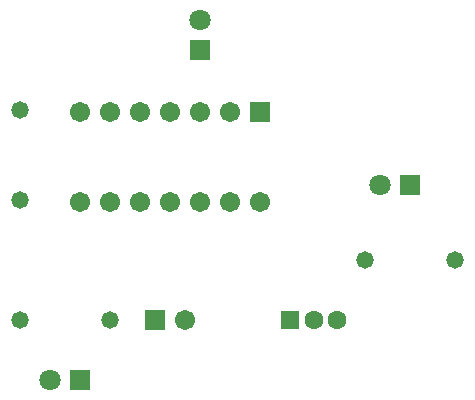
<source format=gbs>
G04 DipTrace 2.4.0.2*
%INBottomMask.gbs*%
%MOIN*%
%ADD20R,0.063X0.063*%
%ADD28C,0.0631*%
%ADD31R,0.071X0.071*%
%ADD32C,0.071*%
%ADD34C,0.058*%
%ADD36C,0.058*%
%ADD38C,0.0671*%
%ADD40R,0.0671X0.0671*%
%FSLAX44Y44*%
G04*
G70*
G90*
G75*
G01*
%LNBotMask*%
%LPD*%
D40*
X9940Y6940D3*
D38*
X10940D3*
D40*
X13440Y13877D3*
D38*
X12440D3*
X11440D3*
X10440D3*
X9440D3*
X8440D3*
X7440D3*
Y10877D3*
X8440D3*
X9440D3*
X10440D3*
X11440D3*
X12440D3*
X13440D3*
D36*
X5440Y6940D3*
D34*
X8440D3*
D32*
X11440Y16940D3*
D31*
Y15940D3*
D36*
X16940Y8940D3*
D34*
X19940D3*
D36*
X5440Y13940D3*
D34*
Y10940D3*
D32*
X6440Y4940D3*
D31*
X7440D3*
D32*
X17440Y11440D3*
D31*
X18440D3*
D20*
X14440Y6940D3*
D28*
X15227D3*
X16015D3*
M02*

</source>
